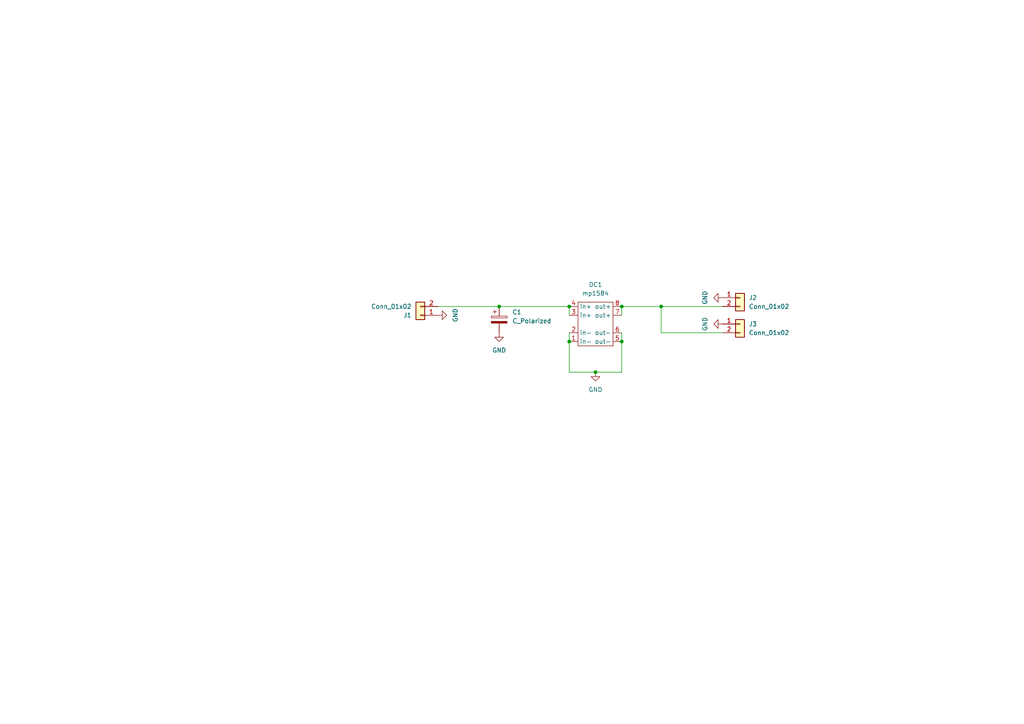
<source format=kicad_sch>
(kicad_sch (version 20211123) (generator eeschema)
  (paper "A4")
  (lib_symbols
    (symbol "Connector_Generic:Conn_01x02" (pin_names (offset 1.016) hide)
      (property "Reference" "J" (at 0 2.54 0))
      (property "Value" "Conn_01x02" (at 0 -5.08 0))
      (symbol "Conn_01x02_1_1"
        (rectangle (start -1.27 -2.413) (end 0 -2.667) (stroke (width 0.1524)))
        (rectangle (start -1.27 0.127) (end 0 -0.127) (stroke (width 0.1524)))
        (rectangle (start -1.27 1.27) (end 1.27 -3.81) (stroke (width 0.254)) (fill (type background)))
        (pin passive line (at -5.08 0 0) (length 3.81) (name "Pin_1") (number "1"))
        (pin passive line (at -5.08 -2.54 0) (length 3.81) (name "Pin_2") (number "2"))
      )
    )
    (symbol "Device:C_Polarized" (pin_numbers hide) (pin_names (offset 0.254))
      (property "Reference" "C" (at 0.635 2.54 0))
      (property "Value" "C_Polarized" (at 0.635 -2.54 0))
      (symbol "C_Polarized_0_1"
        (rectangle (start -2.286 0.508) (end 2.286 1.016))
        (polyline (pts (xy -1.778 2.286) (xy -0.762 2.286)))
        (polyline (pts (xy -1.27 2.794) (xy -1.27 1.778)))
        (rectangle (start 2.286 -0.508) (end -2.286 -1.016) (fill (type outline)))
      )
      (symbol "C_Polarized_1_1"
        (pin passive line (at 0 3.81 270) (length 2.794) (name "~") (number "1"))
        (pin passive line (at 0 -3.81 90) (length 2.794) (name "~") (number "2"))
      )
    )
    (symbol "_dc_dc:mp1584"
      (property "Reference" "DC" (at -2.54 3.81 0))
      (property "Value" "mp1584" (at 0 6.35 0))
      (symbol "mp1584_0_1"
        (rectangle (start -5.08 -10.16) (end 5.08 -10.16))
        (rectangle (start -5.08 2.54) (end -5.08 -10.16))
        (rectangle (start -5.08 2.54) (end 5.08 2.54))
        (rectangle (start 5.08 2.54) (end 5.08 -10.16))
      )
      (symbol "mp1584_1_1"
        (pin power_in line (at -7.62 1.27 0) (length 2.54) (name "in-") (number "1"))
        (pin power_in line (at -7.62 -1.27 0) (length 2.54) (name "in-") (number "2"))
        (pin power_in line (at -7.62 -6.35 0) (length 2.54) (name "in+") (number "3"))
        (pin power_in line (at -7.62 -8.89 0) (length 2.54) (name "in+") (number "4"))
        (pin power_out line (at 7.62 1.27 180) (length 2.54) (name "out-") (number "5"))
        (pin power_out line (at 7.62 -1.27 180) (length 2.54) (name "out-") (number "6"))
        (pin power_out line (at 7.62 -6.35 180) (length 2.54) (name "out+") (number "7"))
        (pin power_out line (at 7.62 -8.89 180) (length 2.54) (name "out+") (number "8"))
      )
    )
    (symbol "power:GND" (power) (pin_names (offset 0))
      (property "Value" "GND" (at 0 -3.81 0))
      (symbol "GND_0_1"
        (polyline (pts (xy 0 0) (xy 0 -1.27) (xy 1.27 -1.27) (xy 0 -2.54) (xy -1.27 -1.27) (xy 0 -1.27)))
      )
      (symbol "GND_1_1"
        (pin power_in line (at 0 0 270) (length 0) hide (name "GND") (number "1"))
      )
    )
  )
  (junction (at 172.72 107.95))
  (junction (at 144.78 88.9))
  (junction (at 180.34 99.06))
  (junction (at 165.1 88.9))
  (junction (at 180.34 88.9))
  (junction (at 165.1 99.06))
  (junction (at 191.77 88.9))
  (wire (pts (xy 172.72 107.95) (xy 165.1 107.95)))
  (wire (pts (xy 165.1 88.9) (xy 165.1 91.44)))
  (wire (pts (xy 180.34 107.95) (xy 172.72 107.95)))
  (wire (pts (xy 180.34 96.52) (xy 180.34 99.06)))
  (wire (pts (xy 191.77 88.9) (xy 209.55 88.9)))
  (wire (pts (xy 165.1 107.95) (xy 165.1 99.06)))
  (wire (pts (xy 165.1 96.52) (xy 165.1 99.06)))
  (wire (pts (xy 180.34 99.06) (xy 180.34 107.95)))
  (wire (pts (xy 144.78 88.9) (xy 127 88.9)))
  (wire (pts (xy 191.77 96.52) (xy 209.55 96.52)))
  (wire (pts (xy 180.34 88.9) (xy 191.77 88.9)))
  (wire (pts (xy 191.77 88.9) (xy 191.77 96.52)))
  (wire (pts (xy 180.34 88.9) (xy 180.34 91.44)))
  (wire (pts (xy 144.78 88.9) (xy 165.1 88.9)))
  (symbol (lib_id "power:GND") (at 209.55 86.36 270) (unit 1)
    (property "Reference" "#PWR0102" (effects hide))
    (property "Value" "GND" (at 204.47 86.36 0))
  )
  (symbol (lib_id "Device:C_Polarized") (at 144.78 92.71 0) (unit 1)
    (property "Reference" "C1" (at 148.59 90.5509 0) (effects (justify left)))
    (property "Value" "C_Polarized" (at 148.59 93.0909 0) (effects (justify left)))
    (property "Footprint" "Capacitor_THT:CP_Radial_D12.5mm_P5.00mm" (effects hide))
  )
  (symbol (lib_id "power:GND") (at 127 91.44 90) (unit 1)
    (property "Reference" "#PWR0105" (effects hide))
    (property "Value" "GND" (at 132.08 91.44 0))
  )
  (symbol (lib_id "Connector_Generic:Conn_01x02") (at 214.63 93.98 0) (unit 1)
    (property "Reference" "J3" (at 217.17 93.9799 0) (effects (justify left)))
    (property "Value" "Conn_01x02" (at 217.17 96.5199 0) (effects (justify left)))
    (property "Footprint" "Connector_JST:JST_PH_B2B-PH-K_1x02_P2.00mm_Vertical" (effects hide))
  )
  (symbol (lib_id "Connector_Generic:Conn_01x02") (at 214.63 86.36 0) (unit 1)
    (property "Reference" "J2" (at 217.17 86.3599 0) (effects (justify left)))
    (property "Value" "Conn_01x02" (at 217.17 88.8999 0) (effects (justify left)))
    (property "Footprint" "Connector_JST:JST_PH_B2B-PH-K_1x02_P2.00mm_Vertical" (effects hide))
  )
  (symbol (lib_id "_dc_dc:mp1584") (at 172.72 97.79 0) (mirror x) (unit 1)
    (property "Reference" "DC1" (at 172.72 82.55 0))
    (property "Value" "mp1584" (at 172.72 85.09 0))
    (property "Footprint" "_DC_DC:MP1584" (effects hide))
  )
  (symbol (lib_id "power:GND") (at 172.72 107.95 0) (unit 1)
    (property "Reference" "#PWR0103" (effects hide))
    (property "Value" "GND" (at 172.72 113.03 0))
  )
  (symbol (lib_id "Connector_Generic:Conn_01x02") (at 121.92 91.44 180) (unit 1)
    (property "Reference" "J1" (at 119.38 91.4401 0) (effects (justify left)))
    (property "Value" "Conn_01x02" (at 119.38 88.9001 0) (effects (justify left)))
    (property "Footprint" "Connector_JST:JST_PH_B2B-PH-K_1x02_P2.00mm_Vertical" (effects hide))
  )
  (symbol (lib_id "power:GND") (at 209.55 93.98 270) (unit 1)
    (property "Reference" "#PWR0101" (effects hide))
    (property "Value" "GND" (at 204.47 93.98 0))
  )
  (symbol (lib_id "power:GND") (at 144.78 96.52 0) (unit 1)
    (property "Reference" "#PWR0104" (effects hide))
    (property "Value" "GND" (at 144.78 101.6 0))
  )
)
</source>
